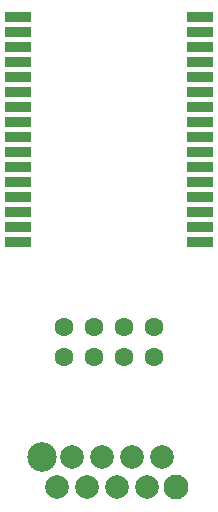
<source format=gts>
G04 #@! TF.GenerationSoftware,KiCad,Pcbnew,(5.1.9)-1*
G04 #@! TF.CreationDate,2023-01-31T22:09:02+01:00*
G04 #@! TF.ProjectId,Stlink,53746c69-6e6b-42e6-9b69-6361645f7063,rev?*
G04 #@! TF.SameCoordinates,PXd59f80PY14fb180*
G04 #@! TF.FileFunction,Soldermask,Top*
G04 #@! TF.FilePolarity,Negative*
%FSLAX46Y46*%
G04 Gerber Fmt 4.6, Leading zero omitted, Abs format (unit mm)*
G04 Created by KiCad (PCBNEW (5.1.9)-1) date 2023-01-31 22:09:02*
%MOMM*%
%LPD*%
G01*
G04 APERTURE LIST*
%ADD10C,2.100000*%
%ADD11C,2.000000*%
%ADD12C,2.500000*%
%ADD13R,2.200000X0.900000*%
%ADD14C,1.600000*%
G04 APERTURE END LIST*
D10*
X15080000Y-43070000D03*
D11*
X13845000Y-40530000D03*
X12575000Y-43070000D03*
D12*
X3720000Y-40530000D03*
D11*
X8765000Y-40530000D03*
X7495000Y-43070000D03*
X4955000Y-43070000D03*
X6225000Y-40530000D03*
X10035000Y-43070000D03*
X11305000Y-40530000D03*
D13*
X1698970Y-3275000D03*
X1698970Y-14705000D03*
X1698970Y-15975000D03*
X1698970Y-17245000D03*
X1698970Y-18515000D03*
X1698970Y-19785000D03*
X1698970Y-21055000D03*
X1698970Y-22325000D03*
X17101030Y-22325000D03*
X17101030Y-21055000D03*
X17101030Y-19785000D03*
X1698970Y-4545000D03*
X17101030Y-18515000D03*
X17101030Y-17245000D03*
X17101030Y-15975000D03*
X17101030Y-14705000D03*
X17101030Y-13435000D03*
X17101030Y-12165000D03*
X17101030Y-10895000D03*
X17101030Y-9625000D03*
X17101030Y-8355000D03*
X17101030Y-7085000D03*
X1698970Y-5815000D03*
X17101030Y-5815000D03*
X17101030Y-4545000D03*
X17101030Y-3275000D03*
X1698970Y-7085000D03*
X1698970Y-8355000D03*
X1698970Y-9625000D03*
X1698970Y-10895000D03*
X1698970Y-12165000D03*
X1698970Y-13435000D03*
D14*
X13210000Y-29530000D03*
X8130000Y-29530000D03*
X5590000Y-29530000D03*
X10670000Y-29530000D03*
X5590000Y-32070000D03*
X8130000Y-32070000D03*
X10670000Y-32070000D03*
X13210000Y-32070000D03*
M02*

</source>
